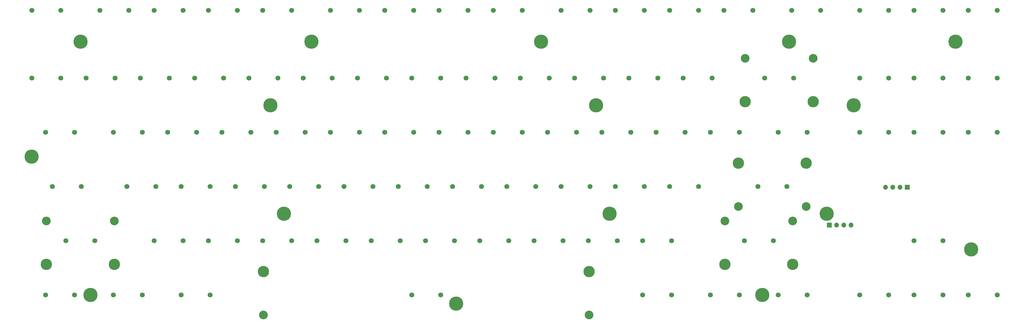
<source format=gbr>
%TF.GenerationSoftware,KiCad,Pcbnew,8.0.6*%
%TF.CreationDate,2025-04-02T20:39:07+07:00*%
%TF.ProjectId,Zellia80,5a656c6c-6961-4383-902e-6b696361645f,rev?*%
%TF.SameCoordinates,Original*%
%TF.FileFunction,Soldermask,Top*%
%TF.FilePolarity,Negative*%
%FSLAX46Y46*%
G04 Gerber Fmt 4.6, Leading zero omitted, Abs format (unit mm)*
G04 Created by KiCad (PCBNEW 8.0.6) date 2025-04-02 20:39:07*
%MOMM*%
%LPD*%
G01*
G04 APERTURE LIST*
%ADD10C,0.800000*%
%ADD11C,5.000000*%
%ADD12O,1.700000X1.700000*%
%ADD13R,1.700000X1.700000*%
%ADD14C,1.750000*%
%ADD15C,3.048000*%
%ADD16C,3.987800*%
G04 APERTURE END LIST*
D10*
%TO.C,H16*%
X275718750Y-71437500D03*
X275169575Y-72763325D03*
X275169575Y-70111675D03*
X273843750Y-73312500D03*
D11*
X273843750Y-71437500D03*
D10*
X273843750Y-69562500D03*
X272517925Y-72763325D03*
X272517925Y-70111675D03*
X271968750Y-71437500D03*
%TD*%
%TO.C,H13*%
X320962122Y-11000010D03*
X320412947Y-12325835D03*
X320412947Y-9674185D03*
X319087122Y-12875010D03*
D11*
X319087122Y-11000010D03*
D10*
X319087122Y-9125010D03*
X317761297Y-12325835D03*
X317761297Y-9674185D03*
X317212122Y-11000010D03*
%TD*%
%TO.C,H14*%
X17352747Y-100012510D03*
X16803572Y-101338335D03*
X16803572Y-98686685D03*
X15477747Y-101887510D03*
D11*
X15477747Y-100012510D03*
D10*
X15477747Y-98137510D03*
X14151922Y-101338335D03*
X14151922Y-98686685D03*
X13602747Y-100012510D03*
%TD*%
%TO.C,H11*%
X194756250Y-33337500D03*
X194207075Y-34663325D03*
X194207075Y-32011675D03*
X192881250Y-35212500D03*
D11*
X192881250Y-33337500D03*
D10*
X192881250Y-31462500D03*
X191555425Y-34663325D03*
X191555425Y-32011675D03*
X191006250Y-33337500D03*
%TD*%
%TO.C,H5*%
X175487244Y-11000010D03*
X174938069Y-12325835D03*
X174938069Y-9674185D03*
X173612244Y-12875010D03*
D11*
X173612244Y-11000010D03*
D10*
X173612244Y-9125010D03*
X172286419Y-12325835D03*
X172286419Y-9674185D03*
X171737244Y-11000010D03*
%TD*%
D12*
%TO.C,J3*%
X282373078Y-75409402D03*
X279833078Y-75409402D03*
X277293078Y-75409402D03*
D13*
X274753078Y-75409402D03*
%TD*%
D10*
%TO.C,H4*%
X-3362878Y-51387510D03*
X-3912053Y-52713335D03*
X-3912053Y-50061685D03*
X-5237878Y-53262510D03*
D11*
X-5237878Y-51387510D03*
D10*
X-5237878Y-49512510D03*
X-6563703Y-52713335D03*
X-6563703Y-50061685D03*
X-7112878Y-51387510D03*
%TD*%
D12*
%TO.C,J4*%
X294475293Y-62175020D03*
X297015293Y-62175020D03*
X299555293Y-62175020D03*
D13*
X302095293Y-62175020D03*
%TD*%
D10*
%TO.C,H10*%
X285243750Y-33337500D03*
X284694575Y-34663325D03*
X284694575Y-32011675D03*
X283368750Y-35212500D03*
D11*
X283368750Y-33337500D03*
D10*
X283368750Y-31462500D03*
X282042925Y-34663325D03*
X282042925Y-32011675D03*
X281493750Y-33337500D03*
%TD*%
%TO.C,H1*%
X94874244Y-11000010D03*
X94325069Y-12325835D03*
X94325069Y-9674185D03*
X92999244Y-12875010D03*
D11*
X92999244Y-11000010D03*
D10*
X92999244Y-9125010D03*
X91673419Y-12325835D03*
X91673419Y-9674185D03*
X91124244Y-11000010D03*
%TD*%
%TO.C,H18*%
X199518750Y-71437500D03*
X198969575Y-72763325D03*
X198969575Y-70111675D03*
X197643750Y-73312500D03*
D11*
X197643750Y-71437500D03*
D10*
X197643750Y-69562500D03*
X196317925Y-72763325D03*
X196317925Y-70111675D03*
X195768750Y-71437500D03*
%TD*%
%TO.C,H12*%
X13874244Y-11000010D03*
X13325069Y-12325835D03*
X13325069Y-9674185D03*
X11999244Y-12875010D03*
D11*
X11999244Y-11000010D03*
D10*
X11999244Y-9125010D03*
X10673419Y-12325835D03*
X10673419Y-9674185D03*
X10124244Y-11000010D03*
%TD*%
%TO.C,H17*%
X80456250Y-33337500D03*
X79907075Y-34663325D03*
X79907075Y-32011675D03*
X78581250Y-35212500D03*
D11*
X78581250Y-33337500D03*
D10*
X78581250Y-31462500D03*
X77255425Y-34663325D03*
X77255425Y-32011675D03*
X76706250Y-33337500D03*
%TD*%
%TO.C,H2*%
X262487244Y-11000010D03*
X261938069Y-12325835D03*
X261938069Y-9674185D03*
X260612244Y-12875010D03*
D11*
X260612244Y-11000010D03*
D10*
X260612244Y-9125010D03*
X259286419Y-12325835D03*
X259286419Y-9674185D03*
X258737244Y-11000010D03*
%TD*%
%TO.C,H3*%
X85218750Y-71437500D03*
X84669575Y-72763325D03*
X84669575Y-70111675D03*
X83343750Y-73312500D03*
D11*
X83343750Y-71437500D03*
D10*
X83343750Y-69562500D03*
X82017925Y-72763325D03*
X82017925Y-70111675D03*
X81468750Y-71437500D03*
%TD*%
%TO.C,H15*%
X253096497Y-100012510D03*
X252547322Y-101338335D03*
X252547322Y-98686685D03*
X251221497Y-101887510D03*
D11*
X251221497Y-100012510D03*
D10*
X251221497Y-98137510D03*
X249895672Y-101338335D03*
X249895672Y-98686685D03*
X249346497Y-100012510D03*
%TD*%
%TO.C,H8*%
X326487244Y-84012520D03*
X325938069Y-85338345D03*
X325938069Y-82686695D03*
X324612244Y-85887520D03*
D11*
X324612244Y-84012520D03*
D10*
X324612244Y-82137520D03*
X323286419Y-85338345D03*
X323286419Y-82686695D03*
X322737244Y-84012520D03*
%TD*%
%TO.C,H7*%
X145725000Y-103012500D03*
X145175825Y-104338325D03*
X145175825Y-101686675D03*
X143850000Y-104887500D03*
D11*
X143850000Y-103012500D03*
D10*
X143850000Y-101137500D03*
X142524175Y-104338325D03*
X142524175Y-101686675D03*
X141975000Y-103012500D03*
%TD*%
D14*
%TO.C,U25*%
X37782501Y-80962500D03*
X47942499Y-80962500D03*
%TD*%
%TO.C,U23*%
X42545001Y-42862500D03*
X52704999Y-42862500D03*
%TD*%
%TO.C,U96*%
X323532501Y-100012500D03*
X333692499Y-100012500D03*
%TD*%
%TO.C,U26*%
X118745001Y0D03*
X128904999Y0D03*
%TD*%
%TO.C,U27*%
X137795001Y0D03*
X147954999Y0D03*
%TD*%
%TO.C,U30*%
X66357501Y-61912500D03*
X76517499Y-61912500D03*
%TD*%
%TO.C,U38*%
X180657501Y0D03*
X190817499Y0D03*
%TD*%
%TO.C,U66*%
X180657501Y-61912500D03*
X190817499Y-61912500D03*
%TD*%
%TO.C,U13*%
X56832501Y0D03*
X66992499Y0D03*
%TD*%
%TO.C,U20*%
X99695001Y0D03*
X109854999Y0D03*
%TD*%
%TO.C,U72*%
X199707501Y-61912500D03*
X209867499Y-61912500D03*
%TD*%
%TO.C,U79*%
X209232501Y-80962500D03*
X219392499Y-80962500D03*
%TD*%
%TO.C,U44*%
X218757501Y0D03*
X228917499Y0D03*
%TD*%
%TO.C,U32*%
X156845001Y0D03*
X167004999Y0D03*
%TD*%
%TO.C,U9*%
X37782501Y0D03*
X47942499Y0D03*
%TD*%
%TO.C,U55*%
X133032501Y-80962500D03*
X143192499Y-80962500D03*
%TD*%
%TO.C,U82*%
X223520001Y-23812500D03*
X233679999Y-23812500D03*
%TD*%
%TO.C,U77*%
X213995001Y-42862500D03*
X224154999Y-42862500D03*
%TD*%
%TO.C,U58*%
X147320001Y-23812500D03*
X157479999Y-23812500D03*
%TD*%
%TO.C,U31*%
X56832501Y-80962500D03*
X66992499Y-80962500D03*
%TD*%
%TO.C,U89*%
X256857500Y-42862500D03*
X267017500Y-42862500D03*
%TD*%
%TO.C,U92*%
X233045001Y-100012500D03*
X243204999Y-100012500D03*
%TD*%
%TO.C,U37*%
X75882501Y-80962500D03*
X86042499Y-80962500D03*
%TD*%
%TO.C,U18*%
X28257501Y-61912500D03*
X38417499Y-61912500D03*
%TD*%
%TO.C,U65*%
X175895001Y-42862500D03*
X186054999Y-42862500D03*
%TD*%
%TO.C,U10*%
X-5079999Y-23812500D03*
X5079999Y-23812500D03*
%TD*%
%TO.C,U97*%
X304482501Y-80962500D03*
X314642499Y-80962500D03*
%TD*%
%TO.C,U87*%
X323532501Y-23812500D03*
X333692499Y-23812500D03*
%TD*%
%TO.C,U12*%
X2063750Y-61912500D03*
X12223750Y-61912500D03*
%TD*%
%TO.C,U86*%
X304482501Y-23812500D03*
X314642499Y-23812500D03*
%TD*%
D15*
%TO.C,U57*%
X238125000Y-73977500D03*
D16*
X238125000Y-89217500D03*
D14*
X244951250Y-80962500D03*
X255111250Y-80962500D03*
D15*
X261937500Y-73977500D03*
D16*
X261937500Y-89217500D03*
%TD*%
D14*
%TO.C,U83*%
X233045001Y-42862500D03*
X243204999Y-42862500D03*
%TD*%
D15*
%TO.C,U33*%
X0Y-73977500D03*
D16*
X0Y-89217500D03*
D14*
X6826250Y-80962500D03*
X16986250Y-80962500D03*
D15*
X23812500Y-73977500D03*
D16*
X23812500Y-89217500D03*
%TD*%
D14*
%TO.C,U93*%
X304482501Y0D03*
X314642499Y0D03*
%TD*%
%TO.C,U17*%
X23495001Y-42862500D03*
X33654999Y-42862500D03*
%TD*%
%TO.C,U88*%
X285432501Y-42862500D03*
X295592499Y-42862500D03*
%TD*%
D15*
%TO.C,U3*%
X245268750Y-16827500D03*
D16*
X245268750Y-32067500D03*
D14*
X252095000Y-23812500D03*
X262255000Y-23812500D03*
D15*
X269081250Y-16827500D03*
D16*
X269081250Y-32067500D03*
%TD*%
D14*
%TO.C,U34*%
X71120001Y-23812500D03*
X81279999Y-23812500D03*
%TD*%
%TO.C,U35*%
X80645001Y-42862500D03*
X90804999Y-42862500D03*
%TD*%
%TO.C,U6*%
X47307500Y-100012500D03*
X57467500Y-100012500D03*
%TD*%
%TO.C,U36*%
X85407501Y-61912500D03*
X95567499Y-61912500D03*
%TD*%
%TO.C,U70*%
X185420001Y-23812500D03*
X195579999Y-23812500D03*
%TD*%
%TO.C,U8*%
X209232500Y-100012500D03*
X219392500Y-100012500D03*
%TD*%
%TO.C,U50*%
X261620001Y0D03*
X271779999Y0D03*
%TD*%
%TO.C,U43*%
X94932501Y-80962500D03*
X105092499Y-80962500D03*
%TD*%
%TO.C,U52*%
X128270001Y-23812500D03*
X138429999Y-23812500D03*
%TD*%
%TO.C,U22*%
X33020001Y-23812500D03*
X43179999Y-23812500D03*
%TD*%
%TO.C,U5*%
X23495001Y-100012500D03*
X33654999Y-100012500D03*
%TD*%
%TO.C,U67*%
X171132501Y-80962500D03*
X181292499Y-80962500D03*
%TD*%
%TO.C,U54*%
X142557501Y-61912500D03*
X152717499Y-61912500D03*
%TD*%
%TO.C,U53*%
X137795001Y-42862500D03*
X147954999Y-42862500D03*
%TD*%
%TO.C,U29*%
X61595001Y-42862500D03*
X71754999Y-42862500D03*
%TD*%
%TO.C,U91*%
X323532501Y-42862500D03*
X333692499Y-42862500D03*
%TD*%
%TO.C,U40*%
X90170001Y-23812500D03*
X100329999Y-23812500D03*
%TD*%
%TO.C,U90*%
X304482501Y-42862500D03*
X314642499Y-42862500D03*
%TD*%
%TO.C,U75*%
X285432501Y0D03*
X295592499Y0D03*
%TD*%
%TO.C,U45*%
X237807501Y0D03*
X247967499Y0D03*
%TD*%
%TO.C,U47*%
X118745001Y-42862500D03*
X128904999Y-42862500D03*
%TD*%
%TO.C,U95*%
X304482501Y-100012500D03*
X314642499Y-100012500D03*
%TD*%
%TO.C,U71*%
X194945001Y-42862500D03*
X205104999Y-42862500D03*
%TD*%
%TO.C,U14*%
X75882501Y0D03*
X86042499Y0D03*
%TD*%
%TO.C,U28*%
X52070001Y-23812500D03*
X62229999Y-23812500D03*
%TD*%
%TO.C,U42*%
X104457501Y-61912500D03*
X114617499Y-61912500D03*
%TD*%
%TO.C,U4*%
X-317500Y-100012500D03*
X9842500Y-100012500D03*
%TD*%
%TO.C,U11*%
X-317500Y-42862500D03*
X9842500Y-42862500D03*
%TD*%
%TO.C,U73*%
X190182501Y-80962500D03*
X200342499Y-80962500D03*
%TD*%
D16*
%TO.C,U84*%
X242887499Y-53657500D03*
D15*
X242887500Y-68897500D03*
D14*
X249713751Y-61912500D03*
X259873749Y-61912500D03*
D15*
X266700000Y-68897500D03*
D16*
X266700001Y-53657500D03*
%TD*%
D14*
%TO.C,U41*%
X99695001Y-42862500D03*
X109854999Y-42862500D03*
%TD*%
%TO.C,U48*%
X123507501Y-61912500D03*
X133667499Y-61912500D03*
%TD*%
%TO.C,U39*%
X199707501Y0D03*
X209867499Y0D03*
%TD*%
%TO.C,U60*%
X161607501Y-61912500D03*
X171767499Y-61912500D03*
%TD*%
%TO.C,U94*%
X285432501Y-100012500D03*
X295592499Y-100012500D03*
%TD*%
%TO.C,U64*%
X166370001Y-23812500D03*
X176529999Y-23812500D03*
%TD*%
D16*
%TO.C,U7*%
X76200000Y-91757500D03*
D15*
X76200000Y-106997500D03*
D14*
X128270000Y-100012500D03*
X138430000Y-100012500D03*
D16*
X190500000Y-91757500D03*
D15*
X190500000Y-106997500D03*
%TD*%
D14*
%TO.C,U59*%
X156845001Y-42862500D03*
X167004999Y-42862500D03*
%TD*%
%TO.C,U78*%
X218757501Y-61912500D03*
X228917499Y-61912500D03*
%TD*%
%TO.C,U99*%
X323532501Y0D03*
X333692499Y0D03*
%TD*%
%TO.C,U16*%
X13970001Y-23812500D03*
X24129999Y-23812500D03*
%TD*%
%TO.C,U49*%
X113982501Y-80962500D03*
X124142499Y-80962500D03*
%TD*%
%TO.C,U61*%
X152082501Y-80962500D03*
X162242499Y-80962500D03*
%TD*%
%TO.C,U46*%
X109220001Y-23812500D03*
X119379999Y-23812500D03*
%TD*%
%TO.C,U76*%
X204470001Y-23812500D03*
X214629999Y-23812500D03*
%TD*%
%TO.C,U98*%
X256857500Y-100012500D03*
X267017500Y-100012500D03*
%TD*%
%TO.C,U2*%
X18732501Y0D03*
X28892499Y0D03*
%TD*%
%TO.C,U1*%
X-5079999Y0D03*
X5079999Y0D03*
%TD*%
%TO.C,U80*%
X285432501Y-23812500D03*
X295592499Y-23812500D03*
%TD*%
%TO.C,U24*%
X47307501Y-61912500D03*
X57467499Y-61912500D03*
%TD*%
M02*

</source>
